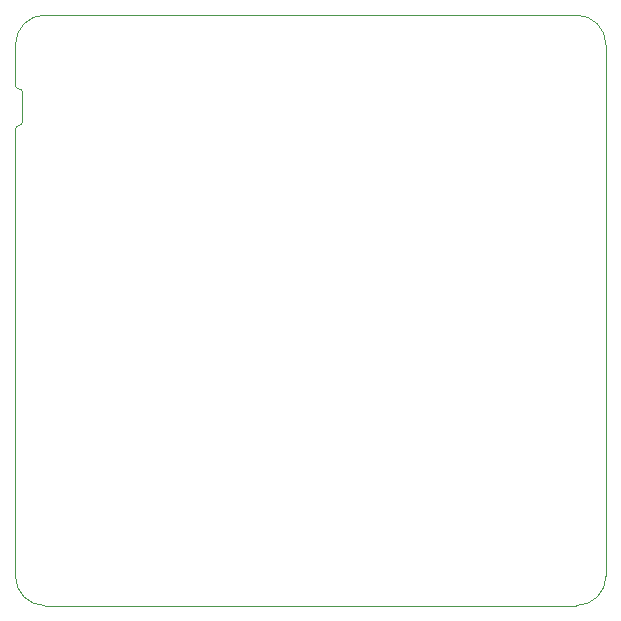
<source format=gbr>
G04 #@! TF.FileFunction,Profile,NP*
%FSLAX46Y46*%
G04 Gerber Fmt 4.6, Leading zero omitted, Abs format (unit mm)*
G04 Created by KiCad (PCBNEW 4.0.6) date 03/11/19 23:36:44*
%MOMM*%
%LPD*%
G01*
G04 APERTURE LIST*
%ADD10C,0.100000*%
G04 APERTURE END LIST*
D10*
X100000000Y-105950000D02*
X100000000Y-102500000D01*
X100300000Y-109350000D02*
G75*
G03X100000000Y-109650000I0J-300000D01*
G01*
X100300000Y-109350000D02*
G75*
G03X100600000Y-109050000I0J300000D01*
G01*
X100000000Y-105950000D02*
G75*
G03X100300000Y-106250000I300000J0D01*
G01*
X100600000Y-106550000D02*
G75*
G03X100300000Y-106250000I-300000J0D01*
G01*
X100600000Y-109050000D02*
X100600000Y-106550000D01*
X100000000Y-147500000D02*
G75*
G03X102500000Y-150000000I2500000J0D01*
G01*
X147500000Y-150000000D02*
G75*
G03X150000000Y-147500000I0J2500000D01*
G01*
X150000000Y-102500000D02*
G75*
G03X147500000Y-100000000I-2500000J0D01*
G01*
X102500000Y-100000000D02*
G75*
G03X100000000Y-102500000I0J-2500000D01*
G01*
X100000000Y-109650000D02*
X100000000Y-147500000D01*
X102500000Y-150000000D02*
X147500000Y-150000000D01*
X150000000Y-102500000D02*
X150000000Y-147500000D01*
X102500000Y-100000000D02*
X147500000Y-100000000D01*
M02*

</source>
